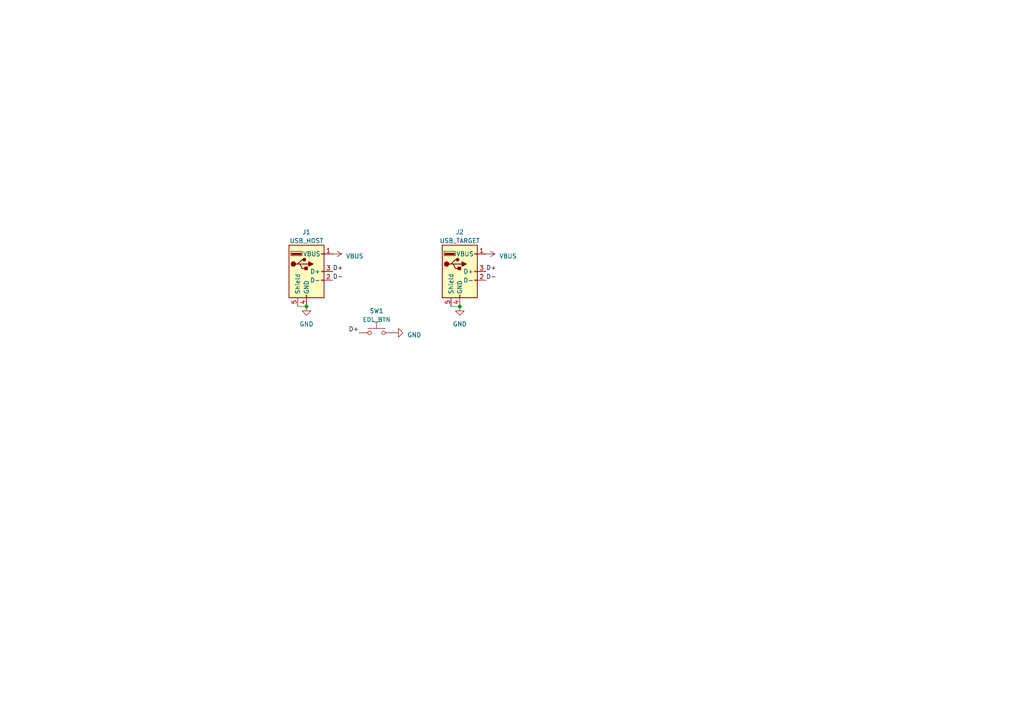
<source format=kicad_sch>
(kicad_sch (version 20230121) (generator eeschema)
  (paper "A4")
  (lib_symbols
    (symbol "Connector:USB_A" (pin_names (offset 1.016))
      (property "Reference" "J" (at -5.08 11.43 0))
      (property "Value" "USB_A" (at -5.08 8.89 0))
      (symbol "USB_A_0_1"
        (rectangle (start -5.08 -7.62) (end 5.08 7.62) (stroke (width 0.254)) (fill (type background)))
        (circle (center -3.81 2.159) (radius 0.635) (stroke (width 0.254)) (fill (type outline)))
        (rectangle (start -1.524 4.826) (end -4.318 5.334) (fill (type outline)))
        (rectangle (start -1.27 4.572) (end -4.572 5.842))
        (circle (center -0.635 3.429) (radius 0.381) (stroke (width 0.254)) (fill (type outline)))
        (rectangle (start -0.127 -7.62) (end 0.127 -6.858))
        (polyline (pts (xy -3.175 2.159) (xy -2.54 2.159) (xy -1.27 3.429) (xy -0.635 3.429)) (stroke (width 0.254)))
        (polyline (pts (xy -2.54 2.159) (xy -1.905 2.159) (xy -1.27 0.889) (xy 0 0.889)) (stroke (width 0.254)))
        (polyline (pts (xy 0.635 2.794) (xy 0.635 1.524) (xy 1.905 2.159) (xy 0.635 2.794)) (stroke (width 0.254)) (fill (type outline)))
        (rectangle (start 0.254 1.27) (end -0.508 0.508) (stroke (width 0.254)) (fill (type outline)))
        (rectangle (start 5.08 -2.667) (end 4.318 -2.413))
        (rectangle (start 5.08 -0.127) (end 4.318 0.127))
        (rectangle (start 5.08 4.953) (end 4.318 5.207))
      )
      (symbol "USB_A_1_1"
        (polyline (pts (xy -1.905 2.159) (xy 0.635 2.159)) (stroke (width 0.254)))
        (pin power_in line (at 7.62 5.08 180) (length 2.54) (name "VBUS") (number "1"))
        (pin bidirectional line (at 7.62 -2.54 180) (length 2.54) (name "D-") (number "2"))
        (pin bidirectional line (at 7.62 0 180) (length 2.54) (name "D+") (number "3"))
        (pin power_in line (at 0 -10.16 90) (length 2.54) (name "GND") (number "4"))
        (pin passive line (at -2.54 -10.16 90) (length 2.54) (name "Shield") (number "5"))
      )
    )
    (symbol "Switch:SW_Push" (pin_numbers hide) (pin_names (offset 1.016) hide)
      (property "Reference" "SW" (at 1.27 2.54 0))
      (property "Value" "SW_Push" (at 0 -1.524 0))
      (symbol "SW_Push_0_1"
        (circle (center -2.032 0) (radius 0.508))
        (polyline (pts (xy 0 1.27) (xy 0 3.048)))
        (polyline (pts (xy 2.54 1.27) (xy -2.54 1.27)))
        (circle (center 2.032 0) (radius 0.508))
        (pin passive line (at -5.08 0 0) (length 2.54) (name "1") (number "1"))
        (pin passive line (at 5.08 0 180) (length 2.54) (name "2") (number "2"))
      )
    )
    (symbol "power:GND" (power) (pin_names (offset 0))
      (property "Value" "GND" (at 0 -3.81 0))
      (symbol "GND_0_1"
        (polyline (pts (xy 0 0) (xy 0 -1.27) (xy 1.27 -1.27) (xy 0 -2.54) (xy -1.27 -1.27) (xy 0 -1.27)))
      )
      (symbol "GND_1_1"
        (pin power_in line (at 0 0 270) (length 0) hide (name "GND") (number "1"))
      )
    )
    (symbol "power:VBUS" (power) (pin_names (offset 0))
      (property "Value" "VBUS" (at 0 3.81 0))
      (symbol "VBUS_0_1"
        (polyline (pts (xy -0.762 1.27) (xy 0 2.54)))
        (polyline (pts (xy 0 0) (xy 0 2.54)))
        (polyline (pts (xy 0 2.54) (xy 0.762 1.27)))
      )
      (symbol "VBUS_1_1"
        (pin power_in line (at 0 0 90) (length 0) hide (name "VBUS") (number "1"))
      )
    )
  )
  (junction (at 88.9 88.9))
  (junction (at 133.35 88.9))
  (wire (pts (xy 130.81 88.9) (xy 133.35 88.9)))
  (wire (pts (xy 86.36 88.9) (xy 88.9 88.9)))
  (label "D+" (at 140.97 78.74 0))
  (label "D-" (at 140.97 81.28 0))
  (label "D-" (at 96.52 81.28 0))
  (label "D+" (at 104.14 96.52 180))
  (label "D+" (at 96.52 78.74 0))
  (symbol (lib_id "Connector:USB_A") (at 88.9 78.74 0) (unit 1)
    (property "Reference" "J1" (at 88.9 67.31 0))
    (property "Value" "USB_HOST" (at 88.9 69.85 0))
    (property "Footprint" "Connector_USB:USB_B_Lumberg_2411_02_Horizontal" (effects hide))
    (property "Datasheet" " ~" (effects hide))
  )
  (symbol (lib_id "power:VBUS") (at 96.52 73.66 270) (unit 1)
    (property "Reference" "#PWR04" (effects hide))
    (property "Value" "VBUS" (at 100.33 74.295 90) (effects (justify left)))
  )
  (symbol (lib_id "power:VBUS") (at 140.97 73.66 270) (unit 1)
    (property "Reference" "#PWR05" (effects hide))
    (property "Value" "VBUS" (at 144.78 74.295 90) (effects (justify left)))
  )
  (symbol (lib_id "Connector:USB_A") (at 133.35 78.74 0) (unit 1)
    (property "Reference" "J2" (at 133.35 67.31 0))
    (property "Value" "USB_TARGET" (at 133.35 69.85 0))
    (property "Footprint" "Connector_USB:USB_A_CONNFLY_DS1095-WNR0" (effects hide))
    (property "Datasheet" " ~" (effects hide))
  )
  (symbol (lib_id "Switch:SW_Push") (at 109.22 96.52 0) (unit 1)
    (property "Reference" "SW1" (at 109.22 90.17 0))
    (property "Value" "EDL_BTN" (at 109.22 92.71 0))
    (property "Footprint" "Button_Switch_THT:SW_PUSH-12mm" (effects hide))
  )
  (symbol (lib_id "power:GND") (at 114.3 96.52 90) (unit 1)
    (property "Reference" "#PWR02" (effects hide))
    (property "Value" "GND" (at 118.11 97.155 90) (effects (justify right)))
  )
  (symbol (lib_id "power:GND") (at 133.35 88.9 0) (unit 1)
    (property "Reference" "#PWR03" (effects hide))
    (property "Value" "GND" (at 133.35 93.98 0))
  )
  (symbol (lib_id "power:GND") (at 88.9 88.9 0) (unit 1)
    (property "Reference" "#PWR01" (effects hide))
    (property "Value" "GND" (at 88.9 93.98 0))
  )
)
</source>
